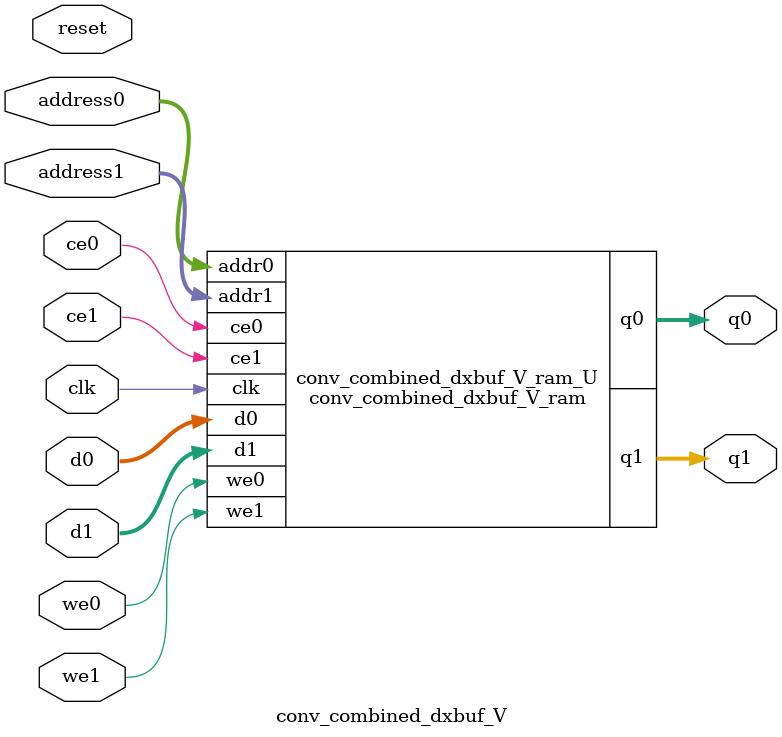
<source format=v>
`timescale 1 ns / 1 ps
module conv_combined_dxbuf_V_ram (addr0, ce0, d0, we0, q0, addr1, ce1, d1, we1, q1,  clk);

parameter DWIDTH = 16;
parameter AWIDTH = 9;
parameter MEM_SIZE = 512;

input[AWIDTH-1:0] addr0;
input ce0;
input[DWIDTH-1:0] d0;
input we0;
output reg[DWIDTH-1:0] q0;
input[AWIDTH-1:0] addr1;
input ce1;
input[DWIDTH-1:0] d1;
input we1;
output reg[DWIDTH-1:0] q1;
input clk;

reg [DWIDTH-1:0] ram[0:MEM_SIZE-1];




always @(posedge clk)  
begin 
    if (ce0) begin
        if (we0) 
            ram[addr0] <= d0; 
        q0 <= ram[addr0];
    end
end


always @(posedge clk)  
begin 
    if (ce1) begin
        if (we1) 
            ram[addr1] <= d1; 
        q1 <= ram[addr1];
    end
end


endmodule

`timescale 1 ns / 1 ps
module conv_combined_dxbuf_V(
    reset,
    clk,
    address0,
    ce0,
    we0,
    d0,
    q0,
    address1,
    ce1,
    we1,
    d1,
    q1);

parameter DataWidth = 32'd16;
parameter AddressRange = 32'd512;
parameter AddressWidth = 32'd9;
input reset;
input clk;
input[AddressWidth - 1:0] address0;
input ce0;
input we0;
input[DataWidth - 1:0] d0;
output[DataWidth - 1:0] q0;
input[AddressWidth - 1:0] address1;
input ce1;
input we1;
input[DataWidth - 1:0] d1;
output[DataWidth - 1:0] q1;



conv_combined_dxbuf_V_ram conv_combined_dxbuf_V_ram_U(
    .clk( clk ),
    .addr0( address0 ),
    .ce0( ce0 ),
    .we0( we0 ),
    .d0( d0 ),
    .q0( q0 ),
    .addr1( address1 ),
    .ce1( ce1 ),
    .we1( we1 ),
    .d1( d1 ),
    .q1( q1 ));

endmodule


</source>
